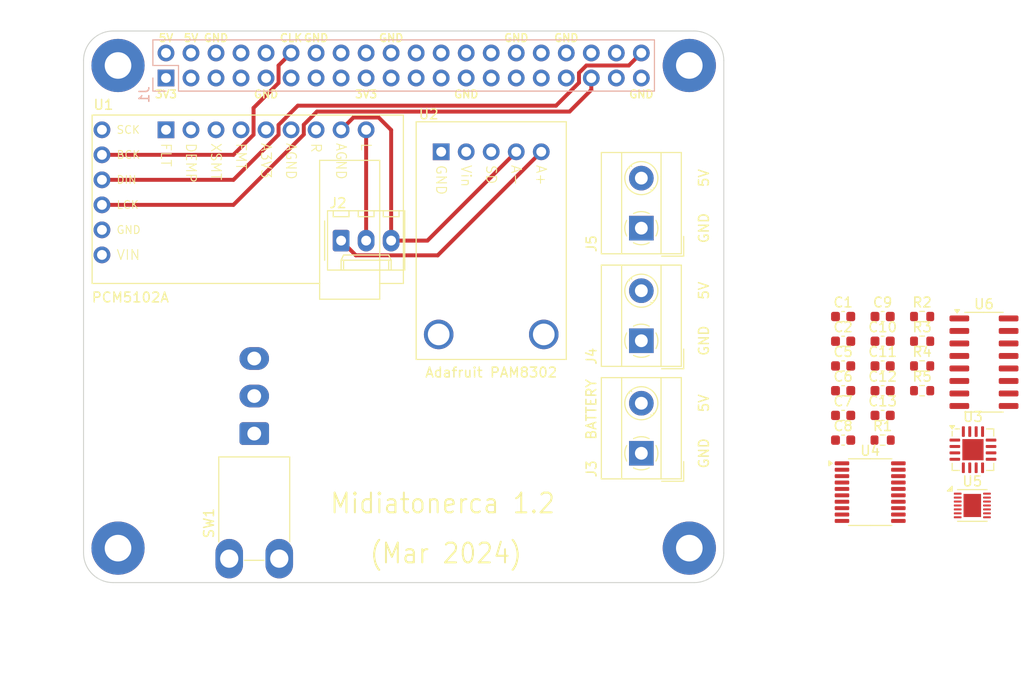
<source format=kicad_pcb>
(kicad_pcb (version 20240108) (generator "pcbnew") (generator_version "8.0")
  (layers (0 "F.Cu" signal) (1 "In1.Cu" signal) (2 "In2.Cu" signal) (31 "B.Cu" signal) (34 "B.Paste" user) (35 "F.Paste" user) (36 "B.SilkS" user "B.Silkscreen") (37 "F.SilkS" user "F.Silkscreen") (38 "B.Mask" user) (39 "F.Mask" user) (44 "Edge.Cuts" user))
  (net 0 "")
  (net 3 "GND")
  (net 8 "rpi12")
  (net 25 "rpi35")
  (net 29 "rpi40")
  (net 30 "+5V")
  (net 31 "A+")
  (net 32 "A-")
  (net 33 "Volume A+")
  (net 34 "+5VP")
  (net 44 "+3.3V")
  (net 45 "Net-(C2-Pad1)")
  (net 46 "Net-(U3-BST)")
  (net 47 "Net-(U4-VNEG)")
  (net 48 "Net-(U4-LDOO)")
  (net 49 "Net-(U4-CAPP)")
  (net 50 "Net-(U4-CAPM)")
  (net 51 "+3V3")
  (net 52 "+3.3VA")
  (net 53 "Net-(U3-ISET)")
  (net 54 "Net-(D2-A)")
  (net 55 "Net-(D1-A)")
  (net 56 "Net-(U3-NTC)")
  (net 57 "Net-(D2-K)")
  (net 58 "Net-(D1-K)")
  (net 60 "Net-(C3-Pad1)")
  (net 63 "Net-(U4-OUTL)")
  (net 64 "Net-(U4-OUTR)")
  (net 70 "Net-(U5-PVDD-Pad11)")
  (net 73 "Net-(U5-PGND-Pad1)")
  (footprint "Package_DFN_QFN:TDFN-14-1EP_3x3mm_P0.4mm_EP1.78x2.35mm" (layer "F.Cu") (at 107.2625 68.8)
    (property "Reference" "U5" (at 0 -2.45 0) (layer "F.SilkS"))
    (property "Value" "MAX98306xDT")
    (fp_line (start -1.5 -1.61) (end 1.5 -1.61) (stroke (width 0.12)) (layer "F.SilkS"))
    (fp_line (start -1.5 1.61) (end 1.5 1.61) (stroke (width 0.12)) (layer "F.SilkS"))
    (fp_poly (pts (xy -2.05 -1.47) (xy -2.53 -1.47) (xy -2.05 -1.95) (xy -2.05 -1.47)) (stroke (width 0.12)) (fill solid) (layer "F.SilkS"))
    (pad "1" smd roundrect (at -1.4875 -1.2) (size 0.775 0.2) (layers "F.Cu" "F.Paste" "F.Mask") (net 73 "Net-(U5-PGND-Pad1)"))
    (pad "2" smd roundrect (at -1.4875 -0.8) (size 0.775 0.2) (layers "F.Cu" "F.Paste" "F.Mask"))
    (pad "3" smd roundrect (at -1.4875 -0.4) (size 0.775 0.2) (layers "F.Cu" "F.Paste" "F.Mask"))
    (pad "4" smd roundrect (at -1.4875 0) (size 0.775 0.2) (layers "F.Cu" "F.Paste" "F.Mask"))
    (pad "5" smd roundrect (at -1.4875 0.4) (size 0.775 0.2) (layers "F.Cu" "F.Paste" "F.Mask"))
    (pad "6" smd roundrect (at -1.4875 0.8) (size 0.775 0.2) (layers "F.Cu" "F.Paste" "F.Mask"))
    (pad "7" smd roundrect (at -1.4875 1.2) (size 0.775 0.2) (layers "F.Cu" "F.Paste" "F.Mask"))
    (pad "8" smd roundrect (at 1.4875 1.2) (size 0.775 0.2) (layers "F.Cu" "F.Paste" "F.Mask") (net 73 "Net-(U5-PGND-Pad1)"))
    (pad "9" smd roundrect (at 1.4875 0.8) (size 0.775 0.2) (layers "F.Cu" "F.Paste" "F.Mask"))
    (pad "10" smd roundrect (at 1.4875 0.4) (size 0.775 0.2) (layers "F.Cu" "F.Paste" "F.Mask"))
    (pad "11" smd roundrect (at 1.4875 0) (size 0.775 0.2) (layers "F.Cu" "F.Paste" "F.Mask") (net 70 "Net-(U5-PVDD-Pad11)"))
    (pad "12" smd roundrect (at 1.4875 -0.4) (size 0.775 0.2) (layers "F.Cu" "F.Paste" "F.Mask") (net 70 "Net-(U5-PVDD-Pad11)"))
    (pad "13" smd roundrect (at 1.4875 -0.8) (size 0.775 0.2) (layers "F.Cu" "F.Paste" "F.Mask"))
    (pad "14" smd roundrect (at 1.4875 -1.2) (size 0.775 0.2) (layers "F.Cu" "F.Paste" "F.Mask"))
    (pad "15" smd rect (at 0 0) (size 1.78 2.35) (property pad_prop_heatsink) (layers "F.Cu" "F.Mask") (net 73 "Net-(U5-PGND-Pad1)"))
  )
  (footprint "TerminalBlock_MetzConnect:TerminalBlock_MetzConnect_Type101_RT01602HBWC_1x02_P5.08mm_Horizontal" (layer "F.Cu") (at 73.66 52.075 90)
    (property "Reference" "J4" (at -2.535 -5.06 90) (layer "F.SilkS") (effects (justify left)))
    (property "Value" "Screw_Terminal_01x02")
    (fp_line (start 7.68 -4.06) (end 7.68 4.06) (stroke (width 0.12)) (layer "F.SilkS"))
    (fp_line (start -2.6 -4.06) (end 7.68 -4.06) (stroke (width 0.12)) (layer "F.SilkS"))
    (fp_line (start -2.6 -4.06) (end -2.6 4.06) (stroke (width 0.12)) (layer "F.SilkS"))
    (fp_line (start -2.6 -2) (end 7.68 -2) (stroke (width 0.12)) (layer "F.SilkS"))
    (fp_line (start 6.15 -1.275) (end 6.091 -1.216) (stroke (width 0.12)) (layer "F.SilkS"))
    (fp_line (start 6.355 -1.069) (end 6.261 -0.976) (stroke (width 0.12)) (layer "F.SilkS"))
    (fp_line (start 3.9 0.976) (end 3.806 1.069) (stroke (width 0.12)) (layer "F.SilkS"))
    (fp_line (start 4.07 1.216) (end 4.011 1.274) (stroke (width 0.12)) (layer "F.SilkS"))
    (fp_line (start -2.6 2) (end 7.68 2) (stroke (width 0.12)) (layer "F.SilkS"))
    (fp_line (start -2.84 2.06) (end -2.84 4.3) (stroke (width 0.12)) (layer "F.SilkS"))
    (fp_line (start -2.6 4.06) (end 7.68 4.06) (stroke (width 0.12)) (layer "F.SilkS"))
    (fp_line (start -2.84 4.3) (end -0.84 4.3) (stroke (width 0.12)) (layer "F.SilkS"))
    (fp_arc (start -0.789089 -1.483953) (mid -0.00005 -1.680708) (end 0.789 -1.484) (stroke (width 0.12)) (layer "F.SilkS"))
    (fp_arc (start 1.483953 -0.789089) (mid 1.680708 -0.00005) (end 1.484 0.789) (stroke (width 0.12)) (layer "F.SilkS"))
    (fp_arc (start -1.483953 0.789089) (mid -1.680708 0.00005) (end -1.484 -0.789) (stroke (width 0.12)) (layer "F.SilkS"))
    (fp_arc (start 0.788712 1.483352) (mid 0.406429 1.630097) (end 0 1.68) (stroke (width 0.12)) (layer "F.SilkS"))
    (fp_arc (start 0.029383 1.68045) (mid -0.392304 1.634281) (end -0.789 1.484) (stroke (width 0.12)) (layer "F.SilkS"))
    (fp_circle (center 5.08 0) (end 6.76 0) (stroke (width 0.12)) (fill none) (layer "F.SilkS"))
    (pad "1" thru_hole rect (at 0 0 90) (size 2.5 2.5) (drill 1.3) (layers "*.Cu" "*.Mask") (net 3 "GND"))
    (pad "2" thru_hole circle (at 5.08 0 90) (size 2.5 2.5) (drill 1.3) (layers "*.Cu" "*.Mask") (net 30 "+5V"))
  )
  (footprint "Resistor_SMD:R_0603_1608Metric" (layer "F.Cu") (at 102.1675 57.145)
    (property "Reference" "R5" (at 0 -1.43 0) (layer "F.SilkS"))
    (property "Value" "100k")
    (fp_line (start -0.237258 -0.5225) (end 0.237258 -0.5225) (stroke (width 0.12)) (layer "F.SilkS"))
    (fp_line (start -0.237258 0.5225) (end 0.237258 0.5225) (stroke (width 0.12)) (layer "F.SilkS"))
    (pad "1" smd roundrect (at -0.825 0) (size 0.8 0.95) (layers "F.Cu" "F.Paste" "F.Mask") (net 56 "Net-(U3-NTC)"))
    (pad "2" smd roundrect (at 0.825 0) (size 0.8 0.95) (layers "F.Cu" "F.Paste" "F.Mask") (net 3 "GND"))
  )
  (footprint "Capacitor_SMD:C_0603_1608Metric" (layer "F.Cu") (at 94.1475 49.615)
    (property "Reference" "C1" (at 0 -1.43 0) (layer "F.SilkS"))
    (property "Value" "100nF")
    (fp_line (start -0.14058 -0.51) (end 0.14058 -0.51) (stroke (width 0.12)) (layer "F.SilkS"))
    (fp_line (start -0.14058 0.51) (end 0.14058 0.51) (stroke (width 0.12)) (layer "F.SilkS"))
    (pad "1" smd roundrect (at -0.775 0) (size 0.9 0.95) (layers "F.Cu" "F.Paste" "F.Mask") (net 30 "+5V"))
    (pad "2" smd roundrect (at 0.775 0) (size 0.9 0.95) (layers "F.Cu" "F.Paste" "F.Mask") (net 3 "GND"))
  )
  (footprint "MidiatonercaLibrary:SW_3P_Mini_Toggle_B068BW_SPDT" (layer "F.Cu") (at 34.36 61.5)
    (property "Reference" "SW1" (at -4.6 9.1 90) (layer "F.SilkS"))
    (property "Value" "SW_SPDT")
    (fp_line (start -3.6 2.37) (end 3.6 2.37) (stroke (width 0.12)) (layer "F.SilkS"))
    (fp_line (start -3.6 11) (end -3.6 2.37) (stroke (width 0.12)) (layer "F.SilkS"))
    (fp_line (start -1 12.87) (end 1 12.87) (stroke (width 0.12)) (layer "F.SilkS"))
    (fp_line (start 3.6 2.37) (end 3.6 11) (stroke (width 0.12)) (layer "F.SilkS"))
    (pad "" thru_hole oval (at -2.54 12.7) (size 2.8 4) (drill 1.85) (layers "*.Cu" "*.Mask"))
    (pad "" thru_hole oval (at 2.54 12.7) (size 2.8 4) (drill 1.85) (layers "*.Cu" "*.Mask"))
    (pad "1" thru_hole roundrect (at 0 0) (size 3 2.3) (drill 1.4) (layers "*.Cu" "*.Mask") (roundrect_rratio 0.15))
    (pad "2" thru_hole oval (at 0 -3.81) (size 3 2.3) (drill 1.4) (layers "*.Cu" "*.Mask") (net 34 "+5VP"))
    (pad "3" thru_hole oval (at 0 -7.62) (size 3 2.3) (drill 1.4) (layers "*.Cu" "*.Mask") (net 30 "+5V"))
  )
  (footprint "Capacitor_SMD:C_0603_1608Metric" (layer "F.Cu") (at 94.1475 54.635)
    (property "Reference" "C5" (at 0 -1.43 0) (layer "F.SilkS"))
    (property "Value" "10uF")
    (fp_line (start -0.14058 -0.51) (end 0.14058 -0.51) (stroke (width 0.12)) (layer "F.SilkS"))
    (fp_line (start -0.14058 0.51) (end 0.14058 0.51) (stroke (width 0.12)) (layer "F.SilkS"))
    (pad "1" smd roundrect (at -0.775 0) (size 0.9 0.95) (layers "F.Cu" "F.Paste" "F.Mask") (net 47 "Net-(U4-VNEG)"))
    (pad "2" smd roundrect (at 0.775 0) (size 0.9 0.95) (layers "F.Cu" "F.Paste" "F.Mask") (net 3 "GND"))
  )
  (footprint "MountingHole:MountingHole_2.7mm_M2.5_Pad" (layer "F.Cu") (at 78.53 24.13)
    (property "Reference" "" (at 0 -3.7 0) (layer "F.SilkS"))
    (property "Value" "MountingHole_2.7mm_M2.5_Pad")
    (pad "1" thru_hole circle (at 0 0) (size 5.4 5.4) (drill 2.7) (layers "*.Cu" "*.Mask"))
  )
  (footprint "Resistor_SMD:R_0603_1608Metric" (layer "F.Cu") (at 102.1675 54.635)
    (property "Reference" "R4" (at 0 -1.43 0) (layer "F.SilkS"))
    (property "Value" "100k")
    (fp_line (start -0.237258 -0.5225) (end 0.237258 -0.5225) (stroke (width 0.12)) (layer "F.SilkS"))
    (fp_line (start -0.237258 0.5225) (end 0.237258 0.5225) (stroke (width 0.12)) (layer "F.SilkS"))
    (pad "1" smd roundrect (at -0.825 0) (size 0.8 0.95) (layers "F.Cu" "F.Paste" "F.Mask") (net 30 "+5V"))
    (pad "2" smd roundrect (at 0.825 0) (size 0.8 0.95) (layers "F.Cu" "F.Paste" "F.Mask") (net 56 "Net-(U3-NTC)"))
  )
  (footprint "Resistor_SMD:R_0603_1608Metric" (layer "F.Cu") (at 98.1575 62.165)
    (property "Reference" "R1" (at 0 -1.43 0) (layer "F.SilkS"))
    (property "Value" "3.9k")
    (fp_line (start -0.237258 -0.5225) (end 0.237258 -0.5225) (stroke (width 0.12)) (layer "F.SilkS"))
    (fp_line (start -0.237258 0.5225) (end 0.237258 0.5225) (stroke (width 0.12)) (layer "F.SilkS"))
    (pad "1" smd roundrect (at -0.825 0) (size 0.8 0.95) (layers "F.Cu" "F.Paste" "F.Mask") (net 53 "Net-(U3-ISET)"))
    (pad "2" smd roundrect (at 0.825 0) (size 0.8 0.95) (layers "F.Cu" "F.Paste" "F.Mask") (net 3 "GND"))
  )
  (footprint "Capacitor_SMD:C_0603_1608Metric" (layer "F.Cu") (at 98.1575 59.655)
    (property "Reference" "C13" (at 0 -1.43 0) (layer "F.SilkS"))
    (property "Value" "100nF")
    (fp_line (start -0.14058 -0.51) (end 0.14058 -0.51) (stroke (width 0.12)) (layer "F.SilkS"))
    (fp_line (start -0.14058 0.51) (end 0.14058 0.51) (stroke (width 0.12)) (layer "F.SilkS"))
    (pad "1" smd roundrect (at -0.775 0) (size 0.9 0.95) (layers "F.Cu" "F.Paste" "F.Mask") (net 52 "+3.3VA"))
    (pad "2" smd roundrect (at 0.775 0) (size 0.9 0.95) (layers "F.Cu" "F.Paste" "F.Mask") (net 3 "GND"))
  )
  (footprint "Capacitor_SMD:C_0603_1608Metric" (layer "F.Cu") (at 94.1475 59.655)
    (property "Reference" "C7" (at 0 -1.43 0) (layer "F.SilkS"))
    (property "Value" "100nF")
    (fp_line (start -0.14058 -0.51) (end 0.14058 -0.51) (stroke (width 0.12)) (layer "F.SilkS"))
    (fp_line (start -0.14058 0.51) (end 0.14058 0.51) (stroke (width 0.12)) (layer "F.SilkS"))
    (pad "1" smd roundrect (at -0.775 0) (size 0.9 0.95) (layers "F.Cu" "F.Paste" "F.Mask") (net 48 "Net-(U4-LDOO)"))
    (pad "2" smd roundrect (at 0.775 0) (size 0.9 0.95) (layers "F.Cu" "F.Paste" "F.Mask") (net 3 "GND"))
  )
  (footprint "Capacitor_SMD:C_0603_1608Metric" (layer "F.Cu") (at 98.1575 54.635)
    (property "Reference" "C11" (at 0 -1.43 0) (layer "F.SilkS"))
    (property "Value" "10uF")
    (fp_line (start -0.14058 -0.51) (end 0.14058 -0.51) (stroke (width 0.12)) (layer "F.SilkS"))
    (fp_line (start -0.14058 0.51) (end 0.14058 0.51) (stroke (width 0.12)) (layer "F.SilkS"))
    (pad "1" smd roundrect (at -0.775 0) (size 0.9 0.95) (layers "F.Cu" "F.Paste" "F.Mask") (net 52 "+3.3VA"))
    (pad "2" smd roundrect (at 0.775 0) (size 0.9 0.95) (layers "F.Cu" "F.Paste" "F.Mask") (net 3 "GND"))
  )
  (footprint "MountingHole:MountingHole_2.7mm_M2.5_Pad" (layer "F.Cu") (at 20.53 24.13)
    (property "Reference" "" (at 0 -3.7 0) (layer "F.SilkS"))
    (property "Value" "MountingHole_2.7mm_M2.5_Pad")
    (pad "1" thru_hole circle (at 0 0) (size 5.4 5.4) (drill 2.7) (layers "*.Cu" "*.Mask"))
  )
  (footprint "Resistor_SMD:R_0603_1608Metric" (layer "F.Cu") (at 102.1675 49.615)
    (property "Reference" "R2" (at 0 -1.43 0) (layer "F.SilkS"))
    (property "Value" "220R")
    (fp_line (start -0.237258 -0.5225) (end 0.237258 -0.5225) (stroke (width 0.12)) (layer "F.SilkS"))
    (fp_line (start -0.237258 0.5225) (end 0.237258 0.5225) (stroke (width 0.12)) (layer "F.SilkS"))
    (pad "1" smd roundrect (at -0.825 0) (size 0.8 0.95) (layers "F.Cu" "F.Paste" "F.Mask") (net 51 "+3V3"))
    (pad "2" smd roundrect (at 0.825 0) (size 0.8 0.95) (layers "F.Cu" "F.Paste" "F.Mask") (net 54 "Net-(D2-A)"))
  )
  (footprint "MountingHole:MountingHole_2.7mm_M2.5_Pad" (layer "F.Cu") (at 20.53 73.13)
    (property "Reference" "" (at 0 -3.7 0) (layer "F.SilkS"))
    (property "Value" "MountingHole_2.7mm_M2.5_Pad")
    (pad "1" thru_hole circle (at 0 0) (size 5.4 5.4) (drill 2.7) (layers "*.Cu" "*.Mask"))
  )
  (footprint "Resistor_SMD:R_0603_1608Metric" (layer "F.Cu") (at 102.1675 52.125)
    (property "Reference" "R3" (at 0 -1.43 0) (layer "F.SilkS"))
    (property "Value" "220R")
    (fp_line (start -0.237258 -0.5225) (end 0.237258 -0.5225) (stroke (width 0.12)) (layer "F.SilkS"))
    (fp_line (start -0.237258 0.5225) (end 0.237258 0.5225) (stroke (width 0.12)) (layer "F.SilkS"))
    (pad "1" smd roundrect (at -0.825 0) (size 0.8 0.95) (layers "F.Cu" "F.Paste" "F.Mask") (net 51 "+3V3"))
    (pad "2" smd roundrect (at 0.825 0) (size 0.8 0.95) (layers "F.Cu" "F.Paste" "F.Mask") (net 55 "Net-(D1-A)"))
  )
  (footprint "MidiatonercaLibrary:PAM8302" (layer "F.Cu") (at 53.34 32.893 -90)
    (property "Reference" "U2" (at -3.81 1.27 0) (layer "F.SilkS"))
    (property "Value" "PAM8302A_Adafruit_Board")
    (fp_line (start -3.048 2.54) (end 21.082 2.54) (stroke (width 0.12)) (layer "F.SilkS"))
    (fp_line (start -3.048 -12.7) (end -3.048 2.54) (stroke (width 0.12)) (layer "F.SilkS"))
    (fp_line (start -3.048 -12.7) (end 21.082 -12.7) (stroke (width 0.12)) (layer "F.SilkS"))
    (fp_line (start 21.082 -12.7) (end 21.082 2.54) (stroke (width 0.12)) (layer "F.SilkS"))
    (fp_text user "GND" (at 1.27 0 -90) (layer "F.SilkS") (effects (font (thickness 0.1)) (justify left)))
    (fp_text user "Vin" (at 1.27 -2.54 -90) (layer "F.SilkS") (effects (font (thickness 0.1)) (justify left)))
    (fp_text user "A-" (at 1.27 -7.62 -90) (layer "F.SilkS") (effects (font (thickness 0.1)) (justify left)))
    (fp_text user "SD" (at 1.27 -5.08 -90) (layer "F.SilkS") (effects (font (thickness 0.1)) (justify left)))
    (fp_text user "A+" (at 1.27 -10.16 -90) (layer "F.SilkS") (effects (font (thickness 0.1)) (justify left)))
    (pad "" thru_hole circle (at 18.542 -10.414 270) (size 3 3) (drill 2.2) (layers "*.Cu" "*.Mask"))
    (pad "" thru_hole circle (at 18.542 0.254 270) (size 3 3) (drill 2.2) (layers "*.Cu" "*.Mask"))
    (pad "1" thru_hole rect (at 0 0 270) (size 1.7 1.7) (drill 1) (layers "*.Cu" "*.Mask") (net 3 "GND"))
    (pad "2" thru_hole oval (at 0 -2.54 270) (size 1.7 1.7) (drill 1) (layers "*.Cu" "*.Mask") (net 30 "+5V"))
    (pad "3" thru_hole oval (at 0 -5.08 270) (size 1.7 1.7) (drill 1) (layers "*.Cu" "*.Mask"))
    (pad "4" thru_hole oval (at 0 -7.62 270) (size 1.7 1.7) (drill 1) (layers "*.Cu" "*.Mask") (net 32 "A-"))
    (pad "5" thru_hole oval (at 0 -10.16 270) (size 1.7 1.7) (drill 1) (layers "*.Cu" "*.Mask") (net 33 "Volume A+"))
  )
  (footprint "Package_SO:SOP-16_3.9x9.9mm_P1.27mm" (layer "F.Cu") (at 108.4475 54.255)
    (property "Reference" "U6" (at 0 -5.9 0) (layer "F.SilkS"))
    (property "Value" "PAM8406D")
    (fp_line (start 0 -5.06) (end -1.95 -5.06) (stroke (width 0.12)) (layer "F.SilkS"))
    (fp_line (start 0 -5.06) (end 1.95 -5.06) (stroke (width 0.12)) (layer "F.SilkS"))
    (fp_line (start 0 5.06) (end -1.95 5.06) (stroke (width 0.12)) (layer "F.SilkS"))
    (fp_line (start 0 5.06) (end 1.95 5.06) (stroke (width 0.12)) (layer "F.SilkS"))
    (fp_poly (pts (xy -2.725 -5.005) (xy -2.965 -5.335) (xy -2.485 -5.335) (xy -2.725 -5.005)) (stroke (width 0.12)) (fill solid) (layer "F.SilkS"))
    (pad "1" smd roundrect (at -2.5 -4.445) (size 2 0.6) (layers "F.Cu" "F.Paste" "F.Mask"))
    (pad "2" smd roundrect (at -2.5 -3.175) (size 2 0.6) (layers "F.Cu" "F.Paste" "F.Mask"))
    (pad "3" smd roundrect (at -2.5 -1.905) (size 2 0.6) (layers "F.Cu" "F.Paste" "F.Mask"))
    (pad "4" smd roundrect (at -2.5 -0.635) (size 2 0.6) (layers "F.Cu" "F.Paste" "F.Mask"))
    (pad "5" smd roundrect (at -2.5 0.635) (size 2 0.6) (layers "F.Cu" "F.Paste" "F.Mask"))
    (pad "6" smd roundrect (at -2.5 1.905) (size 2 0.6) (layers "F.Cu" "F.Paste" "F.Mask"))
    (pad "7" smd roundrect (at -2.5 3.175) (size 2 0.6) (layers "F.Cu" "F.Paste" "F.Mask"))
    (pad "8" smd roundrect (at -2.5 4.445) (size 2 0.6) (layers "F.Cu" "F.Paste" "F.Mask"))
    (pad "9" smd roundrect (at 2.5 4.445) (size 2 0.6) (layers "F.Cu" "F.Paste" "F.Mask"))
    (pad "10" smd roundrect (at 2.5 3.175) (size 2 0.6) (layers "F.Cu" "F.Paste" "F.Mask"))
    (pad "11" smd roundrect (at 2.5 1.905) (size 2 0.6) (layers "F.Cu" "F.Paste" "F.Mask"))
    (pad "12" smd roundrect (at 2.5 0.635) (size 2 0.6) (layers "F.Cu" "F.Paste" "F.Mask"))
    (pad "13" smd roundrect (at 2.5 -0.635) (size 2 0.6) (layers "F.Cu" "F.Paste" "F.Mask"))
    (pad "14" smd roundrect (at 2.5 -1.905) (size 2 0.6) (layers "F.Cu" "F.Paste" "F.Mask"))
    (pad "15" smd roundrect (at 2.5 -3.175) (size 2 0.6) (layers "F.Cu" "F.Paste" "F.Mask"))
    (pad "16" smd roundrect (at 2.5 -4.445) (size 2 0.6) (layers "F.Cu" "F.Paste" "F.Mask"))
  )
  (footprint "Capacitor_SMD:C_0603_1608Metric" (layer "F.Cu") (at 94.1475 62.165)
    (property "Reference" "C8" (at 0 -1.43 0) (layer "F.SilkS"))
    (property "Value" "10uF")
    (fp_line (start -0.14058 -0.51) (end 0.14058 -0.51) (stroke (width 0.12)) (layer "F.SilkS"))
    (fp_line (start -0.14058 0.51) (end 0.14058 0.51) (stroke (width 0.12)) (layer "F.SilkS"))
    (pad "1" smd roundrect (at -0.775 0) (size 0.9 0.95) (layers "F.Cu" "F.Paste" "F.Mask") (net 49 "Net-(U4-CAPP)"))
    (pad "2" smd roundrect (at 0.775 0) (size 0.9 0.95) (layers "F.Cu" "F.Paste" "F.Mask") (net 50 "Net-(U4-CAPM)"))
  )
  (footprint "Package_SO:TSSOP-20_4.4x6.5mm_P0.65mm" (layer "F.Cu") (at 96.8925 67.445)
    (property "Reference" "U4" (at 0 -4.2 0) (layer "F.SilkS"))
    (property "Value" "PCM5102A")
    (fp_line (start 0 -3.385) (end -2.2 -3.385) (stroke (width 0.12)) (layer "F.SilkS"))
    (fp_line (start 0 -3.385) (end 2.2 -3.385) (stroke (width 0.12)) (layer "F.SilkS"))
    (fp_line (start 0 3.385) (end -2.2 3.385) (stroke (width 0.12)) (layer "F.SilkS"))
    (fp_line (start 0 3.385) (end 2.2 3.385) (stroke (width 0.12)) (layer "F.SilkS"))
    (fp_poly (pts (xy -3.86 -2.925) (xy -4.19 -3.165) (xy -4.19 -2.685) (xy -3.86 -2.925)) (stroke (width 0.12)) (fill solid) (layer "F.SilkS"))
    (pad "1" smd roundrect (at -2.8625 -2.925) (size 1.475 0.4) (layers "F.Cu" "F.Paste" "F.Mask") (net 52 "+3.3VA"))
    (pad "2" smd roundrect (at -2.8625 -2.275) (size 1.475 0.4) (layers "F.Cu" "F.Paste" "F.Mask") (net 49 "Net-(U4-CAPP)"))
    (pad "3" smd roundrect (at -2.8625 -1.625) (size 1.475 0.4) (layers "F.Cu" "F.Paste" "F.Mask") (net 3 "GND"))
    (pad "4" smd roundrect (at -2.8625 -0.975) (size 1.475 0.4) (layers "F.Cu" "F.Paste" "F.Mask") (net 50 "Net-(U4-CAPM)"))
    (pad "5" smd roundrect (at -2.8625 -0.325) (size 1.475 0.4) (layers "F.Cu" "F.Paste" "F.Mask") (net 47 "Net-(U4-VNEG)"))
    (pad "6" smd roundrect (at -2.8625 0.325) (size 1.475 0.4) (layers "F.Cu" "F.Paste" "F.Mask") (net 63 "Net-(U4-OUTL)"))
    (pad "7" smd roundrect (at -2.8625 0.975) (size 1.475 0.4) (layers "F.Cu" "F.Paste" "F.Mask") (net 64 "Net-(U4-OUTR)"))
    (pad "8" smd roundrect (at -2.8625 1.625) (size 1.475 0.4) (layers "F.Cu" "F.Paste" "F.Mask") (net 52 "+3.3VA"))
    (pad "9" smd roundrect (at -2.8625 2.275) (size 1.475 0.4) (layers "F.Cu" "F.Paste" "F.Mask") (net 3 "GND"))
    (pad "10" smd roundrect (at -2.8625 2.925) (size 1.475 0.4) (layers "F.Cu" "F.Paste" "F.Mask") (net 3 "GND"))
    (pad "11" smd roundrect (at 2.8625 2.925) (size 1.475 0.4) (layers "F.Cu" "F.Paste" "F.Mask") (net 3 "GND"))
    (pad "12" smd roundrect (at 2.8625 2.275) (size 1.475 0.4) (layers "F.Cu" "F.Paste" "F.Mask") (net 25 "rpi35"))
    (pad "13" smd roundrect (at 2.8625 1.625) (size 1.475 0.4) (layers "F.Cu" "F.Paste" "F.Mask") (net 8 "rpi12"))
    (pad "14" smd roundrect (at 2.8625 0.975) (size 1.475 0.4) (layers "F.Cu" "F.Paste" "F.Mask") (net 29 "rpi40"))
    (pad "15" smd roundrect (at 2.8625 0.325) (size 1.475 0.4) (layers "F.Cu" "F.Paste" "F.Mask") (net 25 "rpi35"))
    (pad "16" smd roundrect (at 2.8625 -0.325) (size 1.475 0.4) (layers "F.Cu" "F.Paste" "F.Mask") (net 3 "GND"))
    (pad "17" smd roundrect (at 2.8625 -0.975) (size 1.475 0.4) (layers "F.Cu" "F.Paste" "F.Mask") (net 52 "+3.3VA"))
    (pad "18" smd roundrect (at 2.8625 -1.625) (size 1.475 0.4) (layers "F.Cu" "F.Paste" "F.Mask") (net 48 "Net-(U4-LDOO)"))
    (pad "19" smd roundrect (at 2.8625 -2.275) (size 1.475 0.4) (layers "F.Cu" "F.Paste" "F.Mask") (net 3 "GND"))
    (pad "20" smd roundrect (at 2.8625 -2.925) (size 1.475 0.4) (layers "F.Cu" "F.Paste" "F.Mask") (net 51 "+3V3"))
  )
  (footprint "MountingHole:MountingHole_2.7mm_M2.5_Pad" (layer "F.Cu") (at 78.53 73.13)
    (property "Reference" "" (at 0 -3.7 0) (layer "F.SilkS"))
    (property "Value" "MountingHole_2.7mm_M2.5_Pad")
    (pad "1" thru_hole circle (at 0 0) (size 5.4 5.4) (drill 2.7) (layers "*.Cu" "*.Mask"))
  )
  (footprint "MidiatonercaLibrary:PCM5102_breakout" (layer "F.Cu") (at 25.4 30.66)
    (property "Reference" "U1" (at -6.35 -2.54 0) (layer "F.SilkS"))
    (property "Value" "PCM5102_breakout")
    (fp_line (start -7.5 -1.5) (end 24.1 -1.5) (stroke (width 0.12)) (layer "F.SilkS"))
    (fp_line (start -7.5 15.6) (end -7.5 -1.5) (stroke (width 0.12)) (layer "F.SilkS"))
    (fp_line (start -7.5 15.6) (end 15.6 15.6) (stroke (width 0.12)) (layer "F.SilkS"))
    (fp_line (start 15.6 3.1) (end 21.7 3.1) (stroke (width 0.12)) (layer "F.SilkS"))
    (fp_line (start 15.6 15.6) (end 15.6 3.1) (stroke (width 0.12)) (layer "F.SilkS"))
    (fp_line (start 15.6 17.2) (end 15.6 15.6) (stroke (width 0.12)) (layer "F.SilkS"))
    (fp_line (start 21.7 3.1) (end 21.7 15.6) (stroke (width 0.12)) (layer "F.SilkS"))
    (fp_line (start 21.7 15.6) (end 21.7 17.2) (stroke (width 0.12)) (layer "F.SilkS"))
    (fp_line (start 21.7 17.2) (end 15.6 17.2) (stroke (width 0.12)) (layer "F.SilkS"))
    (fp_line (start 24.1 -1.5) (end 24.1 15.6) (stroke (width 0.12)) (layer "F.SilkS"))
    (fp_line (start 24.1 15.6) (end 21.7 15.6) (stroke (width 0.12)) (layer "F.SilkS"))
    (fp_text user "SCK" (at -5.08 0 0) (layer "F.SilkS") (effects (font (size 0.8 0.8) (thickness 0.1)) (justify left)))
    (fp_text user "LCK" (at -5.08 7.62 0) (layer "F.SilkS") (effects (font (size 0.8 0.8) (thickness 0.1)) (justify left)))
    (fp_text user "XSMT" (at 5.08 1.27 -90) (layer "F.SilkS") (effects (font (thickness 0.1)) (justify left)))
    (fp_text user "GND" (at -5.08 10.16 0) (layer "F.SilkS") (effects (font (size 0.8 0.8) (thickness 0.1)) (justify left)))
    (fp_text user "DEMP" (at 2.54 1.27 -90) (layer "F.SilkS") (effects (font (thickness 0.1)) (justify left)))
    (fp_text user "AGND" (at 17.78 1.27 -90) (layer "F.SilkS") (effects (font (size 1 0.95) (thickness 0.1)) (justify left)))
    (fp_text user "R" (at 15.24 1.27 -90) (layer "F.SilkS") (effects (font (thickness 0.1)) (justify left)))
    (fp_text user "DIN" (at -5.08 5.08 0) (layer "F.SilkS") (effects (font (size 0.8 0.8) (thickness 0.1)) (justify left)))
    (fp_text user "VIN" (at -5.08 12.7 0) (layer "F.SilkS") (effects (font (thickness 0.1)) (justify left)))
    (fp_text user "FLT" (at 0 1.27 -90) (layer "F.SilkS") (effects (font (thickness 0.1)) (justify left)))
    (fp_text user "FMT" (at 7.62 1.27 -90) (layer "F.SilkS") (effects (font (thickness 0.1)) (justify left)))
    (fp_text user "L" (at 20.32 1.27 -90) (layer "F.SilkS") (effects (font (thickness 0.1)) (justify left)))
    (fp_text user "A3V3" (at 10.16 1.27 -90) (layer "F.SilkS") (effects (font (thickness 0.1)) (justify left)))
    (fp_text user "BCK" (at -5.08 2.54 0) (layer "F.SilkS") (effects (font (size 0.8 0.8) (thickness 0.1)) (justify left)))
    (fp_text user "AGND" (at 12.7 1.27 -90) (layer "F.SilkS") (effects (font (size 1 0.95) (thickness 0.1)) (justify left)))
    (pad "1" thru_hole rect (at 0 0) (size 1.7 1.7) (drill 1) (layers "*.Cu" "*.Mask"))
    (pad "2" thru_hole oval (at 2.54 0) (size 1.7 1.7) (drill 1) (layers "*.Cu" "*.Mask"))
    (pad "3" thru_hole oval (at 5.08 0) (size 1.7 1.7) (drill 1) (layers "*.Cu" "*.Mask"))
    (pad "4" thru_hole oval (at 7.62 0) (size 1.7 1.7) (drill 1) (layers "*.Cu" "*.Mask"))
    (pad "5" thru_hole oval (at 10.16 0) (size 1.7 1.7) (drill 1) (layers "*.Cu" "*.Mask"))
    (pad "6" thru_hole oval (at 12.7 0) (size 1.7 1.7) (drill 1) (layers "*.Cu" "*.Mask"))
    (pad "7" thru_hole oval (at 15.24 0) (size 1.7 1.7) (drill 1) (layers "*.Cu" "*.Mask"))
    (pad "8" thru_hole oval (at 17.78 0) (size 1.7 1.7) (drill 1) (layers "*.Cu" "*.Mask") (net 32 "A-"))
    (pad "9" thru_hole oval (at 20.32 0) (size 1.7 1.7) (drill 1) (layers "*.Cu" "*.Mask") (net 31 "A+"))
    (pad "10" thru_hole oval (at -6.5 0) (size 1.7 1.7) (drill 1) (layers "*.Cu" "*.Mask") (net 3 "GND"))
    (pad "11" thru_hole oval (at -6.5 2.54) (size 1.7 1.7) (drill 1) (layers "*.Cu" "*.Mask") (net 8 "rpi12"))
    (pad "12" thru_hole oval (at -6.5 5.08) (size 1.7 1.7) (drill 1) (layers "*.Cu" "*.Mask") (net 29 "rpi40"))
    (pad "13" thru_hole oval (at -6.5 7.62) (size 1.7 1.7) (drill 1) (layers "*.Cu" "*.Mask") (net 25 "rpi35"))
    (pad "14" thru_hole oval (at -6.5 10.16) (size 1.7 1.7) (drill 1) (layers "*.Cu" "*.Mask") (net 3 "GND"))
    (pad "15" thru_hole oval (at -6.5 12.7) (size 1.7 1.7) (drill 1) (layers "*.Cu" "*.Mask") (net 30 "+5V"))
  )
  (footprint "Capacitor_SMD:C_0603_1608Metric" (layer "F.Cu") (at 94.1475 57.145)
    (property "Reference" "C6" (at 0 -1.43 0) (layer "F.SilkS"))
    (property "Value" "10uF")
    (fp_line (start -0.14058 -0.51) (end 0.14058 -0.51) (stroke (width 0.12)) (layer "F.SilkS"))
    (fp_line (start -0.14058 0.51) (end 0.14058 0.51) (stroke (width 0.12)) (layer "F.SilkS"))
    (pad "1" smd roundrect (at -0.775 0) (size 0.9 0.95) (layers "F.Cu" "F.Paste" "F.Mask") (net 48 "Net-(U4-LDOO)"))
    (pad "2" smd roundrect (at 0.775 0) (size 0.9 0.95) (layers "F.Cu" "F.Paste" "F.Mask") (net 3 "GND"))
  )
  (footprint "Capacitor_SMD:C_0603_1608Metric" (layer "F.Cu") (at 94.1475 52.125)
    (property "Reference" "C2" (at 0 -1.43 0) (layer "F.SilkS"))
    (property "Value" "100nF")
    (fp_line (start -0.14058 -0.51) (end 0.14058 -0.51) (stroke (width 0.12)) (layer "F.SilkS"))
    (fp_line (start -0.14058 0.51) (end 0.14058 0.51) (stroke (width 0.12)) (layer "F.SilkS"))
    (pad "1" smd roundrect (at -0.775 0) (size 0.9 0.95) (layers "F.Cu" "F.Paste" "F.Mask") (net 45 "Net-(C2-Pad1)"))
    (pad "2" smd roundrect (at 0.775 0) (size 0.9 0.95) (layers "F.Cu" "F.Paste" "F.Mask") (net 46 "Net-(U3-BST)"))
  )
  (footprint "Capacitor_SMD:C_0603_1608Metric" (layer "F.Cu") (at 98.1575 52.125)
    (property "Reference" "C10" (at 0 -1.43 0) (layer "F.SilkS"))
    (property "Value" "100nF")
    (fp_line (start -0.14058 -0.51) (end 0.14058 -0.51) (stroke (width 0.12)) (layer "F.SilkS"))
    (fp_line (start -0.14058 0.51) (end 0.14058 0.51) (stroke (width 0.12)) (layer "F.SilkS"))
    (pad "1" smd roundrect (at -0.775 0) (size 0.9 0.95) (layers "F.Cu" "F.Paste" "F.Mask") (net 51 "+3V3"))
    (pad "2" smd roundrect (at 0.775 0) (size 0.9 0.95) (layers "F.Cu" "F.Paste" "F.Mask") (net 3 "GND"))
  )
  (footprint "Capacitor_SMD:C_0603_1608Metric" (layer "F.Cu") (at 98.1575 49.615)
    (property "Reference" "C9" (at 0 -1.43 0) (layer "F.SilkS"))
    (property "Value" "10uF")
    (fp_line (start -0.14058 -0.51) (end 0.14058 -0.51) (stroke (width 0.12)) (layer "F.SilkS"))
    (fp_line (start -0.14058 0.51) (end 0.14058 0.51) (stroke (width 0.12)) (layer "F.SilkS"))
    (pad "1" smd roundrect (at -0.775 0) (size 0.9 0.95) (layers "F.Cu" "F.Paste" "F.Mask") (net 51 "+3V3"))
    (pad "2" smd roundrect (at 0.775 0) (size 0.9 0.95) (layers "F.Cu" "F.Paste" "F.Mask") (net 3 "GND"))
  )
  (footprint "TerminalBlock_MetzConnect:TerminalBlock_MetzConnect_Type101_RT01602HBWC_1x02_P5.08mm_Horizontal" (layer "F.Cu") (at 73.66 63.5 90)
    (property "Reference" "J3" (at -2.54 -5.06 90) (layer "F.SilkS") (effects (justify left)))
    (property "Value" "Screw_Terminal_01x02")
    (fp_line (start 7.68 -4.06) (end 7.68 4.06) (stroke (width 0.12)) (layer "F.SilkS"))
    (fp_line (start -2.6 -4.06) (end 7.68 -4.06) (stroke (width 0.12)) (layer "F.SilkS"))
    (fp_line (start -2.6 -4.06) (end -2.6 4.06) (stroke (width 0.12)) (layer "F.SilkS"))
    (fp_line (start -2.6 -2) (end 7.68 -2) (stroke (width 0.12)) (layer "F.SilkS"))
    (fp_line (start 6.15 -1.275) (end 6.091 -1.216) (stroke (width 0.12)) (layer "F.SilkS"))
    (fp_line (start 6.355 -1.069) (end 6.261 -0.976) (stroke (width 0.12)) (layer "F.SilkS"))
    (fp_line (start 3.9 0.976) (end 3.806 1.069) (stroke (width 0.12)) (layer "F.SilkS"))
    (fp_line (start 4.07 1.216) (end 4.011 1.274) (stroke (width 0.12)) (layer "F.SilkS"))
    (fp_line (start -2.6 2) (end 7.68 2) (stroke (width 0.12)) (layer "F.SilkS"))
    (fp_line (start -2.84 2.06) (end -2.84 4.3) (stroke (width 0.12)) (layer "F.SilkS"))
    (fp_line (start -2.6 4.06) (end 7.68 4.06) (stroke (width 0.12)) (layer "F.SilkS"))
    (fp_line (start -2.84 4.3) (end -0.84 4.3) (stroke (width 0.12)) (layer "F.SilkS"))
    (fp_arc (start -0.789089 -1.483953) (mid -0.00005 -1.680708) (end 0.789 -1.484) (stroke (width 0.12)) (layer "F.SilkS"))
    (fp_arc (start 1.483953 -0.789089) (mid 1.680708 -0.00005) (end 1.484 0.789) (stroke (width 0.12)) (layer "F.SilkS"))
    (fp_arc (start -1.483953 0.789089) (mid -1.680708 0.00005) (end -1.484 -0.789) (stroke (width 0.12)) (layer "F.SilkS"))
    (fp_arc (start 0.788712 1.483352) (mid 0.406429 1.630097) (end 0 1.68) (stroke (width 0.12)) (layer "F.SilkS"))
    (fp_arc (start 0.029383 1.68045) (mid -0.392304 1.634281) (end -0.789 1.484) (stroke (width 0.12)) (layer "F.SilkS"))
    (fp_circle (center 5.08 0) (end 6.76 0) (stroke (width 0.12)) (fill none) (layer "F.SilkS"))
    (pad "1" thru_hole rect (at 0 0 90) (size 2.5 2.5) (drill 1.3) (layers "*.Cu" "*.Mask") (net 3 "GND"))
    (pad "2" thru_hole circle (at 5.08 0 90) (size 2.5 2.5) (drill 1.3) (layers "*.Cu" "*.Mask") (net 34 "+5VP"))
  )
  (footprint "Capacitor_SMD:C_0603_1608Metric" (layer "F.Cu") (at 98.1575 57.145)
    (property "Reference" "C12" (at 0 -1.43 0) (layer "F.SilkS"))
    (property "Value" "100nF")
    (fp_line (start -0.14058 -0.51) (end 0.14058 -0.51) (stroke (width 0.12)) (layer "F.SilkS"))
    (fp_line (start -0.14058 0.51) (end 0.14058 0.51) (stroke (width 0.12)) (layer "F.SilkS"))
    (pad "1" smd roundrect (at -0.775 0) (size 0.9 0.95) (layers "F.Cu" "F.Paste" "F.Mask") (net 52 "+3.3VA"))
    (pad "2" smd roundrect (at 0.775 0) (size 0.9 0.95) (layers "F.Cu" "F.Paste" "F.Mask") (net 3 "GND"))
  )
  (footprint "Package_DFN_QFN:QFN-16-1EP_4x4mm_P0.65mm_EP2.15x2.15mm" (layer "F.Cu") (at 107.3275 63.135)
    (property "Reference" "U3" (at 0 -3.33 0) (layer "F.SilkS"))
    (property "Value" "SLM6800")
    (fp_line (start -2.11 -1.385) (end -2.11 -1.87) (stroke (width 0.12)) (layer "F.SilkS"))
    (fp_line (start -2.11 2.11) (end -2.11 1.385) (stroke (width 0.12)) (layer "F.SilkS"))
    (fp_line (start -1.385 -2.11) (end -1.81 -2.11) (stroke (width 0.12)) (layer "F.SilkS"))
    (fp_line (start -1.385 2.11) (end -2.11 2.11) (stroke (width 0.12)) (layer "F.SilkS"))
    (fp_line (start 1.385 -2.11) (end 2.11 -2.11) (stroke (width 0.12)) (layer "F.SilkS"))
    (fp_line (start 1.385 2.11) (end 2.11 2.11) (stroke (width 0.12)) (layer "F.SilkS"))
    (fp_line (start 2.11 -2.11) (end 2.11 -1.385) (stroke (width 0.12)) (layer "F.SilkS"))
    (fp_line (start 2.11 2.11) (end 2.11 1.385) (stroke (width 0.12)) (layer "F.SilkS"))
    (fp_poly (pts (xy -2.11 -2.11) (xy -2.35 -2.44) (xy -1.87 -2.44) (xy -2.11 -2.11)) (stroke (width 0.12)) (fill solid) (layer "F.SilkS"))
    (pad "1" smd roundrect (at -1.8375 -0.975) (size 1.075 0.3) (layers "F.Cu" "F.Paste" "F.Mask") (net 56 "Net-(U3-NTC)"))
    (pad "2" smd roundrect (at -1.8375 -0.325) (size 1.075 0.3) (layers "F.Cu" "F.Paste" "F.Mask") (net 30 "+5V"))
    (pad "3" smd roundrect (at -1.8375 0.325) (size 1.075 0.3) (layers "F.Cu" "F.Paste" "F.Mask") (net 46 "Net-(U3-BST)"))
    (pad "4" smd roundrect (at -1.8375 0.975) (size 1.075 0.3) (layers "F.Cu" "F.Paste" "F.Mask") (net 3 "GND"))
    (pad "5" smd roundrect (at -0.975 1.8375) (size 0.3 1.075) (layers "F.Cu" "F.Paste" "F.Mask") (net 45 "Net-(C2-Pad1)"))
    (pad "6" smd roundrect (at -0.325 1.8375) (size 0.3 1.075) (layers "F.Cu" "F.Paste" "F.Mask") (net 45 "Net-(C2-Pad1)"))
    (pad "7" smd roundrect (at 0.325 1.8375) (size 0.3 1.075) (layers "F.Cu" "F.Paste" "F.Mask") (net 60 "Net-(C3-Pad1)"))
    (pad "8" smd roundrect (at 0.975 1.8375) (size 0.3 1.075) (layers "F.Cu" "F.Paste" "F.Mask") (net 60 "Net-(C3-Pad1)"))
    (pad "9" smd roundrect (at 1.8375 0.975) (size 1.075 0.3) (layers "F.Cu" "F.Paste" "F.Mask"))
    (pad "10" smd roundrect (at 1.8375 0.325) (size 1.075 0.3) (layers "F.Cu" "F.Paste" "F.Mask"))
    (pad "11" smd roundrect (at 1.8375 -0.325) (size 1.075 0.3) (layers "F.Cu" "F.Paste" "F.Mask") (net 53 "Net-(U3-ISET)"))
    (pad "12" smd roundrect (at 1.8375 -0.975) (size 1.075 0.3) (layers "F.Cu" "F.Paste" "F.Mask"))
    (pad "13" smd roundrect (at 0.975 -1.8375) (size 0.3 1.075) (layers "F.Cu" "F.Paste" "F.Mask") (net 57 "Net-(D2-K)"))
    (pad "14" smd roundrect (at 0.325 -1.8375) (size 0.3 1.075) (layers "F.Cu" "F.Paste" "F.Mask") (net 58 "Net-(D1-K)"))
    (pad "15" smd roundrect (at -0.325 -1.8375) (size 0.3 1.075) (layers "F.Cu" "F.Paste" "F.Mask") (net 3 "GND"))
    (pad "16" smd roundrect (at -0.975 -1.8375) (size 0.3 1.075) (layers "F.Cu" "F.Paste" "F.Mask") (net 30 "+5V"))
    (pad "17" smd rect (at 0 0) (size 2.15 2.15) (property pad_prop_heatsink) (layers "F.Cu" "F.Mask") (net 3 "GND"))
  )
  (footprint "Connector_Molex:Molex_KK-254_AE-6410-03A_1x03_P2.54mm_Vertical" (layer "F.Cu") (at 43.18 41.91)
    (property "Reference" "J2" (at -1.27 -3.81 0) (layer "F.SilkS") (effects (justify left)))
    (property "Value" "Conn_Volume_Slider")
    (fp_line (start -1.67 -2) (end -1.67 2) (stroke (width 0.12)) (layer "F.SilkS"))
    (fp_line (start -1.38 -3.03) (end -1.38 2.99) (stroke (width 0.12)) (layer "F.SilkS"))
    (fp_line (start -1.38 2.99) (end 6.46 2.99) (stroke (width 0.12)) (layer "F.SilkS"))
    (fp_line (start -0.8 -3.03) (end -0.8 -2.43) (stroke (width 0.12)) (layer "F.SilkS"))
    (fp_line (start -0.8 -2.43) (end 0.8 -2.43) (stroke (width 0.12)) (layer "F.SilkS"))
    (fp_line (start 0 1.99) (end 0.25 1.46) (stroke (width 0.12)) (layer "F.SilkS"))
    (fp_line (start 0 1.99) (end 5.08 1.99) (stroke (width 0.12)) (layer "F.SilkS"))
    (fp_line (start 0 2.99) (end 0 1.99) (stroke (width 0.12)) (layer "F.SilkS"))
    (fp_line (start 0.25 1.46) (end 4.83 1.46) (stroke (width 0.12)) (layer "F.SilkS"))
    (fp_line (start 0.25 2.99) (end 0.25 1.99) (stroke (width 0.12)) (layer "F.SilkS"))
    (fp_line (start 0.8 -2.43) (end 0.8 -3.03) (stroke (width 0.12)) (layer "F.SilkS"))
    (fp_line (start 1.74 -3.03) (end 1.74 -2.43) (stroke (width 0.12)) (layer "F.SilkS"))
    (fp_line (start 1.74 -2.43) (end 3.34 -2.43) (stroke (width 0.12)) (layer "F.SilkS"))
    (fp_line (start 3.34 -2.43) (end 3.34 -3.03) (stroke (width 0.12)) (layer "F.SilkS"))
    (fp_line (start 4.28 -3.03) (end 4.28 -2.43) (stroke (width 0.12)) (layer "F.SilkS"))
    (fp_line (start 4.28 -2.43) (end 5.88 -2.43) (stroke (width 0.12)) (layer "F.SilkS"))
    (fp_line (start 4.83 1.46) (end 5.08 1.99) (stroke (width 0.12)) (layer "F.SilkS"))
    (fp_line (start 4.83 2.99) (end 4.83 1.99) (stroke (width 0.12)) (layer "F.SilkS"))
    (fp_line (start 5.08 1.99) (end 5.08 2.99) (stroke (width 0.12)) (layer "F.SilkS"))
    (fp_line (start 5.88 -2.43) (end 5.88 -3.03) (stroke (width 0.12)) (layer "F.SilkS"))
    (fp_line (start 6.46 -3.03) (end -1.38 -3.03) (stroke (width 0.12)) (layer "F.SilkS"))
    (fp_line (start 6.46 2.99) (end 6.46 -3.03) (stroke (width 0.12)) (layer "F.SilkS"))
    (pad "1" thru_hole roundrect (at 0 0) (size 1.7 2.19) (drill 1) (layers "*.Cu" "*.Mask") (roundrect_rratio 0.143678) (net 33 "Volume A+"))
    (pad "2" thru_hole oval (at 2.54 0) (size 1.7 2.19) (drill 1) (layers "*.Cu" "*.Mask") (net 31 "A+"))
    (pad "3" thru_hole oval (at 5.08 0) (size 1.7 2.19) (drill 1) (layers "*.Cu" "*.Mask") (net 32 "A-"))
  )
  (footprint "TerminalBlock_MetzConnect:TerminalBlock_MetzConnect_Type101_RT01602HBWC_1x02_P5.08mm_Horizontal" (layer "F.Cu") (at 73.66 40.645 90)
    (property "Reference" "J5" (at -2.535 -5.06 90) (layer "F.SilkS") (effects (justify left)))
    (property "Value" "Screw_Terminal_01x02")
    (fp_line (start 7.68 -4.06) (end 7.68 4.06) (stroke (width 0.12)) (layer "F.SilkS"))
    (fp_line (start -2.6 -4.06) (end 7.68 -4.06) (stroke (width 0.12)) (layer "F.SilkS"))
    (fp_line (start -2.6 -4.06) (end -2.6 4.06) (stroke (width 0.12)) (layer "F.SilkS"))
    (fp_line (start -2.6 -2) (end 7.68 -2) (stroke (width 0.12)) (layer "F.SilkS"))
    (fp_line (start 6.15 -1.275) (end 6.091 -1.216) (stroke (width 0.12)) (layer "F.SilkS"))
    (fp_line (start 6.355 -1.069) (end 6.261 -0.976) (stroke (width 0.12)) (layer "F.SilkS"))
    (fp_line (start 3.9 0.976) (end 3.806 1.069) (stroke (width 0.12)) (layer "F.SilkS"))
    (fp_line (start 4.07 1.216) (end 4.011 1.274) (stroke (width 0.12)) (layer "F.SilkS"))
    (fp_line (start -2.6 2) (end 7.68 2) (stroke (width 0.12)) (layer "F.SilkS"))
    (fp_line (start -2.84 2.06) (end -2.84 4.3) (stroke (width 0.12)) (layer "F.SilkS"))
    (fp_line (start -2.6 4.06) (end 7.68 4.06) (stroke (width 0.12)) (layer "F.SilkS"))
    (fp_line (start -2.84 4.3) (end -0.84 4.3) (stroke (width 0.12)) (layer "F.SilkS"))
    (fp_arc (start -0.789089 -1.483953) (mid -0.00005 -1.680708) (end 0.789 -1.484) (stroke (width 0.12)) (layer "F.SilkS"))
    (fp_arc (start 1.483953 -0.789089) (mid 1.680708 -0.00005) (end 1.484 0.789) (stroke (width 0.12)) (layer "F.SilkS"))
    (fp_arc (start -1.483953 0.789089) (mid -1.680708 0.00005) (end -1.484 -0.789) (stroke (width 0.12)) (layer "F.SilkS"))
    (fp_arc (start 0.788712 1.483352) (mid 0.406429 1.630097) (end 0 1.68) (stroke (width 0.12)) (layer "F.SilkS"))
    (fp_arc (start 0.029383 1.68045) (mid -0.392304 1.634281) (end -0.789 1.484) (stroke (width 0.12)) (layer "F.SilkS"))
    (fp_circle (center 5.08 0) (end 6.76 0) (stroke (width 0.12)) (fill none) (layer "F.SilkS"))
    (pad "1" thru_hole rect (at 0 0 90) (size 2.5 2.5) (drill 1.3) (layers "*.Cu" "*.Mask") (net 3 "GND"))
    (pad "2" thru_hole circle (at 5.08 0 90) (size 2.5 2.5) (drill 1.3) (layers "*.Cu" "*.Mask") (net 30 "+5V"))
  )
  (footprint "Connector_PinSocket_2.54mm:PinSocket_2x20_P2.54mm_Vertical" (layer "B.Cu") (at 25.4 25.4 -90)
    (property "Reference" "J1" (at 1.7 2.2 90) (layer "B.SilkS") (effects (justify mirror)))
    (property "Value" "Raspberry_Pi_2_3")
    (fp_line (start -1.27 1.33) (end -3.87 1.33) (stroke (width 0.12)) (layer "B.SilkS"))
    (fp_line (start 1.33 1.33) (end 0 1.33) (stroke (width 0.12)) (layer "B.SilkS"))
    (fp_line (start 1.33 0) (end 1.33 1.33) (stroke (width 0.12)) (layer "B.SilkS"))
    (fp_line (start -1.27 -1.27) (end -1.27 1.33) (stroke (width 0.12)) (layer "B.SilkS"))
    (fp_line (start 1.33 -1.27) (end -1.27 -1.27) (stroke (width 0.12)) (layer "B.SilkS"))
    (fp_line (start -3.87 -49.59) (end -3.87 1.33) (stroke (width 0.12)) (layer "B.SilkS"))
    (fp_line (start 1.33 -49.59) (end 1.33 -1.27) (stroke (width 0.12)) (layer "B.SilkS"))
    (fp_line (start 1.33 -49.59) (end -3.87 -49.59) (stroke (width 0.12)) (layer "B.SilkS"))
    (pad "1" thru_hole rect (at 0 0 270) (size 1.7 1.7) (drill 1) (layers "*.Cu" "*.Mask") (net 44 "+3.3V"))
    (pad "2" thru_hole oval (at -2.54 0 270) (size 1.7 1.7) (drill 1) (layers "*.Cu" "*.Mask") (net 30 "+5V"))
    (pad "3" thru_hole oval (at 0 -2.54 270) (size 1.7 1.7) (drill 1) (layers "*.Cu" "*.Mask"))
    (pad "4" thru_hole oval (at -2.54 -2.54 270) (size 1.7 1.7) (drill 1) (layers "*.Cu" "*.Mask") (net 30 "+5V"))
    (pad "5" thru_hole oval (at 0 -5.08 270) (size 1.7 1.7) (drill 1) (layers "*.Cu" "*.Mask"))
    (pad "6" thru_hole oval (at -2.54 -5.08 270) (size 1.7 1.7) (drill 1) (layers "*.Cu" "*.Mask") (net 3 "GND"))
    (pad "7" thru_hole oval (at 0 -7.62 270) (size 1.7 1.7) (drill 1) (layers "*.Cu" "*.Mask"))
    (pad "8" thru_hole oval (at -2.54 -7.62 270) (size 1.7 1.7) (drill 1) (layers "*.Cu" "*.Mask"))
    (pad "9" thru_hole oval (at 0 -10.16 270) (size 1.7 1.7) (drill 1) (layers "*.Cu" "*.Mask") (net 3 "GND"))
    (pad "10" thru_hole oval (at -2.54 -10.16 270) (size 1.7 1.7) (drill 1) (layers "*.Cu" "*.Mask"))
    (pad "11" thru_hole oval (at 0 -12.7 270) (size 1.7 1.7) (drill 1) (layers "*.Cu" "*.Mask"))
    (pad "12" thru_hole oval (at -2.54 -12.7 270) (size 1.7 1.7) (drill 1) (layers "*.Cu" "*.Mask") (net 8 "rpi12"))
    (pad "13" thru_hole oval (at 0 -15.24 270) (size 1.7 1.7) (drill 1) (layers "*.Cu" "*.Mask"))
    (pad "14" thru_hole oval (at -2.54 -15.24 270) (size 1.7 1.7) (drill 1) (layers "*.Cu" "*.Mask") (net 3 "GND"))
    (pad "15" thru_hole oval (at 0 -17.78 270) (size 1.7 1.7) (drill 1) (layers "*.Cu" "*.Mask"))
    (pad "16" thru_hole oval (at -2.54 -17.78 270) (size 1.7 1.7) (drill 1) (layers "*.Cu" "*.Mask"))
    (pad "17" thru_hole oval (at 0 -20.32 270) (size 1.7 1.7) (drill 1) (layers "*.Cu" "*.Mask") (net 44 "+3.3V"))
    (pad "18" thru_hole oval (at -2.54 -20.32 270) (size 1.7 1.7) (drill 1) (layers "*.Cu" "*.Mask"))
    (pad "19" thru_hole oval (at 0 -22.86 270) (size 1.7 1.7) (drill 1) (layers "*.Cu" "*.Mask"))
    (pad "20" thru_hole oval (at -2.54 -22.86 270) (size 1.7 1.7) (drill 1) (layers "*.Cu" "*.Mask") (net 3 "GND"))
    (pad "21" thru_hole oval (at 0 -25.4 270) (size 1.7 1.7) (drill 1) (layers "*.Cu" "*.Mask"))
    (pad "22" thru_hole oval (at -2.54 -25.4 270) (size 1.7 1.7) (drill 1) (layers "*.Cu" "*.Mask"))
    (pad "23" thru_hole oval (at 0 -27.94 270) (size 1.7 1.7) (drill 1) (layers "*.Cu" "*.Mask"))
    (pad "24" thru_hole oval (at -2.54 -27.94 270) (size 1.7 1.7) (drill 1) (layers "*.Cu" "*.Mask"))
    (pad "25" thru_hole oval (at 0 -30.48 270) (size 1.7 1.7) (drill 1) (layers "*.Cu" "*.Mask") (net 3 "GND"))
    (pad "26" thru_hole oval (at -2.54 -30.48 270) (size 1.7 1.7) (drill 1) (layers "*.Cu" "*.Mask"))
    (pad "27" thru_hole oval (at 0 -33.02 270) (size 1.7 1.7) (drill 1) (layers "*.Cu" "*.Mask"))
    (pad "28" thru_hole oval (at -2.54 -33.02 270) (size 1.7 1.7) (drill 1) (layers "*.Cu" "*.Mask"))
    (pad "29" thru_hole oval (at 0 -35.56 270) (size 1.7 1.7) (drill 1) (layers "*.Cu" "*.Mask"))
    (pad "30" thru_hole oval (at -2.54 -35.56 270) (size 1.7 1.7) (drill 1) (layers "*.Cu" "*.Mask") (net 3 "GND"))
    (pad "31" thru_hole oval (at 0 -38.1 270) (size 1.7 1.7) (drill 1) (layers "*.Cu" "*.Mask"))
    (pad "32" thru_hole oval (at -2.54 -38.1 270) (size 1.7 1.7) (drill 1) (layers "*.Cu" "*.Mask"))
    (pad "33" thru_hole oval (at 0 -40.64 270) (size 1.7 1.7) (drill 1) (layers "*.Cu" "*.Mask"))
    (pad "34" thru_hole oval (at -2.54 -40.64 270) (size 1.7 1.7) (drill 1) (layers "*.Cu" "*.Mask") (net 3 "GND"))
    (pad "35" thru_hole oval (at 0 -43.18 270) (size 1.7 1.7) (drill 1) (layers "*.Cu" "*.Mask") (net 25 "rpi35"))
    (pad "36" thru_hole oval (at -2.54 -43.18 270) (size 1.7 1.7) (drill 1) (layers "*.Cu" "*.Mask"))
    (pad "37" thru_hole oval (at 0 -45.72 270) (size 1.7 1.7) (drill 1) (layers "*.Cu" "*.Mask"))
    (pad "38" thru_hole oval (at -2.54 -45.72 270) (size 1.7 1.7) (drill 1) (layers "*.Cu" "*.Mask"))
    (pad "39" thru_hole oval (at 0 -48.26 270) (size 1.7 1.7) (drill 1) (layers "*.Cu" "*.Mask") (net 3 "GND"))
    (pad "40" thru_hole oval (at -2.54 -48.26 270) (size 1.7 1.7) (drill 1) (layers "*.Cu" "*.Mask") (net 29 "rpi40"))
  )
  (gr_arc (start 79.03 20.63) (mid 81.15132 21.50868) (end 82.03 23.63) (stroke (width 0.1)) (layer "Edge.Cuts"))
  (gr_arc (start 20.03132 76.62868) (mid 17.91 75.75) (end 17.03132 73.62868) (stroke (width 0.1)) (layer "Edge.Cuts"))
  (gr_line (start 17.03 23.63) (end 17.03 73.63) (stroke (width 0.1)) (layer "Edge.Cuts"))
  (gr_arc (start 17.03 23.63) (mid 17.90868 21.50868) (end 20.03 20.63) (stroke (width 0.1)) (layer "Edge.Cuts"))
  (gr_line (start 20.03 20.63) (end 79.03 20.63) (stroke (width 0.1)) (layer "Edge.Cuts"))
  (gr_line (start 82.03 23.63) (end 82.03 73.63) (stroke (width 0.1)) (layer "Edge.Cuts"))
  (gr_line (start 20.03 76.63) (end 79.03 76.63) (stroke (width 0.1)) (layer "Edge.Cuts"))
  (gr_arc (start 82.030001 73.630001) (mid 81.151321 75.751321) (end 79.030001 76.630001) (stroke (width 0.1)) (layer "Edge.Cuts"))
  (gr_text "GND" (at 30.48 21.336 0) (layer "F.SilkS") (effects (font (size 0.8 0.8))))
  (gr_text "Midiatonerca 1.2" (at 65.024 68.58 0) (layer "F.SilkS") (effects (font (size 2 1.8) (thickness 0.2)) (justify right)))
  (gr_text "GND" (at 66.04 21.336 0) (layer "F.SilkS") (effects (font (size 0.8 0.8))))
  (gr_text "Adafruit PAM8302" (at 58.42 55.88 0) (layer "F.SilkS") (effects (font (size 1 1)) (justify bottom)))
  (gr_text "3V3" (at 25.4 27.051 0) (layer "F.SilkS") (effects (font (size 0.8 0.8))))
  (gr_text "GND" (at 40.64 21.336 0) (layer "F.SilkS") (effects (font (size 0.8 0.8))))
  (gr_text "5V" (at 80.01 46.99 90) (layer "F.SilkS") (effects (font (size 1 1))))
  (gr_text "BATTERY" (at 68.58 55.88 90) (layer "F.SilkS") (effects (font (size 1 1)) (justify right)))
  (gr_text "GND" (at 80.01 63.5 90) (layer "F.SilkS") (effects (font (size 1 1))))
  (gr_text "GND" (at 35.56 27.051 0) (layer "F.SilkS") (effects (font (size 0.8 0.8))))
  (gr_text "5V" (at 25.4 21.336 0) (layer "F.SilkS") (effects (font (size 0.8 0.8))))
  (gr_text "GND" (at 55.88 27.051 0) (layer "F.SilkS") (effects (font (size 0.8 0.8))))
  (gr_text "GND" (at 48.26 21.336 0) (layer "F.SilkS") (effects (font (size 0.8 0.8))))
  (gr_text "CLK" (at 38.1 21.336 0) (layer "F.SilkS") (effects (font (size 0.8 0.8))))
  (gr_text "5V" (at 80.01 35.56 90) (layer "F.SilkS") (effects (font (size 1 1))))
  (gr_text "3V3" (at 45.72 27.051 0) (layer "F.SilkS") (effects (font (size 0.8 0.8))))
  (gr_text "GND" (at 80.01 40.64 90) (layer "F.SilkS") (effects (font (size 1 1))))
  (gr_text "PCM5102A" (at 17.78 48.26 0) (layer "F.SilkS") (effects (font (size 1 1)) (justify left bottom)))
  (gr_text "(Mar 2024)" (at 45.974 73.66 0) (layer "F.SilkS") (effects (font (size 2 1.8) (thickness 0.2)) (justify left)))
  (gr_text "5V" (at 80.01 58.42 90) (layer "F.SilkS") (effects (font (size 1 1))))
  (gr_text "GND" (at 80.01 52.07 90) (layer "F.SilkS") (effects (font (size 1 1))))
  (gr_text "GND" (at 73.66 27.051 0) (layer "F.SilkS") (effects (font (size 0.8 0.8))))
  (gr_text "5V" (at 27.94 21.336 0) (layer "F.SilkS") (effects (font (size 0.8 0.8))))
  (gr_text "GND" (at 60.96 21.336 0) (layer "F.SilkS") (effects (font (size 0.8 0.8))))
  (segment (start 34.29 28.437767) (end 36.83 25.897767) (width 0.4) (layer "F.Cu") (net 8))
  (segment (start 36.83 25.897767) (end 36.83 24.13) (width 0.4) (layer "F.Cu") (net 8))
  (segment (start 36.83 24.13) (end 38.1 22.86) (width 0.4) (layer "F.Cu") (net 8))
  (segment (start 34.29 31.157767) (end 34.29 28.437767) (width 0.4) (layer "F.Cu") (net 8))
  (segment (start 32.247767 33.2) (end 34.29 31.157767) (width 0.4) (layer "F.Cu") (net 8))
  (segment (start 18.9 33.2) (end 32.247767 33.2) (width 0.4) (layer "F.Cu") (net 8))
  (segment (start 39.39 31.137767) (end 32.247767 38.28) (width 0.4) (layer "F.Cu") (net 25))
  (segment (start 68.58 26.602081) (end 66.372081 28.81) (width 0.4) (layer "F.Cu") (net 25))
  (segment (start 68.58 25.4) (end 68.58 26.602081) (width 0.4) (layer "F.Cu") (net 25))
  (segment (start 66.372081 28.81) (end 40.722233 28.81) (width 0.4) (layer "F.Cu") (net 25))
  (segment (start 32.247767 38.28) (end 18.9 38.28) (width 0.4) (layer "F.Cu") (net 25))
  (segment (start 39.39 30.142233) (end 39.39 31.137767) (width 0.4) (layer "F.Cu") (net 25))
  (segment (start 40.722233 28.81) (end 39.39 30.142233) (width 0.4) (layer "F.Cu") (net 25))
  (segment (start 72.39 24.13) (end 68.082233 24.13) (width 0.4) (layer "F.Cu") (net 29))
  (segment (start 32.247767 35.74) (end 18.9 35.74) (width 0.4) (layer "F.Cu") (net 29))
  (segment (start 68.082233 24.13) (end 67.33 24.882233) (width 0.4) (layer "F.Cu") (net 29))
  (segment (start 73.66 22.86) (end 72.39 24.13) (width 0.4) (layer "F.Cu") (net 29))
  (segment (start 67.33 24.882233) (end 67.33 25.877767) (width 0.4) (layer "F.Cu") (net 29))
  (segment (start 67.33 25.877767) (end 64.997767 28.21) (width 0.4) (layer "F.Cu") (net 29))
  (segment (start 38.782233 28.21) (end 36.83 30.162233) (width 0.4) (layer "F.Cu") (net 29))
  (segment (start 36.83 31.157767) (end 32.247767 35.74) (width 0.4) (layer "F.Cu") (net 29))
  (segment (start 36.83 30.162233) (end 36.83 31.157767) (width 0.4) (layer "F.Cu") (net 29))
  (segment (start 64.997767 28.21) (end 38.782233 28.21) (width 0.4) (layer "F.Cu") (net 29))
  (segment (start 45.72 30.66) (end 45.72 41.91) (width 0.4) (layer "F.Cu") (net 31))
  (segment (start 43.18 30.66) (end 44.43 29.41) (width 0.4) (layer "F.Cu") (net 32))
  (segment (start 48.26 30.68) (end 46.99 29.41) (width 0.4) (layer "F.Cu") (net 32))
  (segment (start 48.26 41.91) (end 48.26 30.68) (width 0.4) (layer "F.Cu") (net 32))
  (segment (start 48.26 41.91) (end 51.943 41.91) (width 0.4) (layer "F.Cu") (net 32))
  (segment (start 44.43 29.41) (end 45.72 29.41) (width 0.4) (layer "F.Cu") (net 32))
  (segment (start 45.72 29.41) (end 46.99 29.41) (width 0.4) (layer "F.Cu") (net 32))
  (segment (start 51.943 41.91) (end 60.96 32.893) (width 0.4) (layer "F.Cu") (net 32))
  (segment (start 44.675 43.405) (end 52.988 43.405) (width 0.4) (layer "F.Cu") (net 33))
  (segment (start 43.18 41.91) (end 44.675 43.405) (width 0.4) (layer "F.Cu") (net 33))
  (segment (start 52.988 43.405) (end 63.5 32.893) (width 0.4) (layer "F.Cu") (net 33))
)
</source>
